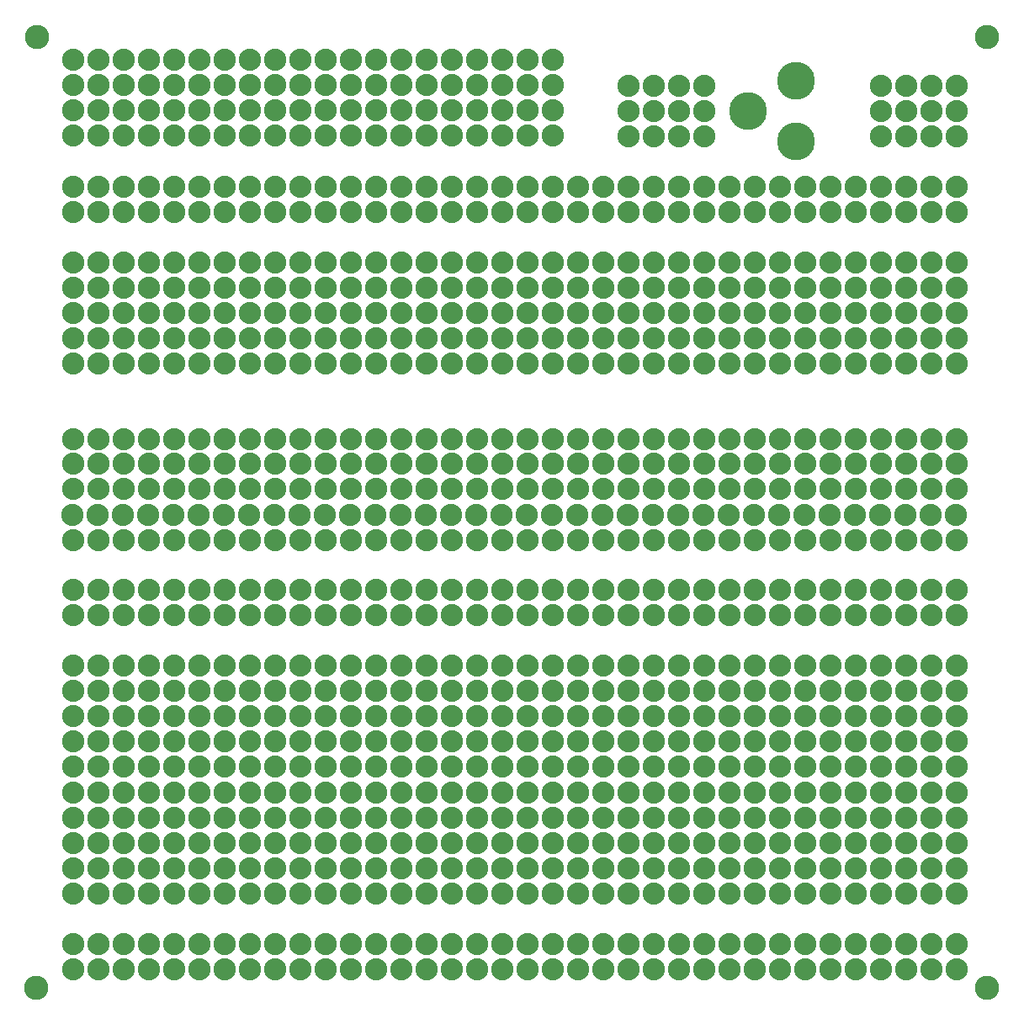
<source format=gts>
G04 MADE WITH FRITZING*
G04 WWW.FRITZING.ORG*
G04 DOUBLE SIDED*
G04 HOLES PLATED*
G04 CONTOUR ON CENTER OF CONTOUR VECTOR*
%ASAXBY*%
%FSLAX23Y23*%
%MOIN*%
%OFA0B0*%
%SFA1.0B1.0*%
%ADD10C,0.150000*%
%ADD11C,0.096614*%
%ADD12C,0.088000*%
%LNMASK1*%
G90*
G70*
G54D10*
X3093Y3438D03*
X3093Y3678D03*
X2903Y3558D03*
G54D11*
X86Y86D03*
X3852Y86D03*
X87Y3851D03*
X3852Y3852D03*
G54D12*
X2130Y3461D03*
X2030Y3461D03*
X1930Y3461D03*
X1830Y3461D03*
X1730Y3461D03*
X1630Y3461D03*
X1530Y3461D03*
X1430Y3461D03*
X1330Y3461D03*
X1230Y3461D03*
X1130Y3461D03*
X1030Y3461D03*
X930Y3461D03*
X830Y3461D03*
X730Y3461D03*
X630Y3461D03*
X530Y3461D03*
X430Y3461D03*
X330Y3461D03*
X230Y3461D03*
X2131Y3561D03*
X2031Y3561D03*
X1931Y3561D03*
X1831Y3561D03*
X1731Y3561D03*
X1631Y3561D03*
X1531Y3561D03*
X1431Y3561D03*
X1331Y3561D03*
X1231Y3561D03*
X1131Y3561D03*
X1031Y3561D03*
X931Y3561D03*
X831Y3561D03*
X731Y3561D03*
X631Y3561D03*
X531Y3561D03*
X431Y3561D03*
X331Y3561D03*
X231Y3561D03*
X2131Y3661D03*
X2031Y3661D03*
X1931Y3661D03*
X1831Y3661D03*
X1731Y3661D03*
X1631Y3661D03*
X1531Y3661D03*
X1431Y3661D03*
X1331Y3661D03*
X1231Y3661D03*
X1131Y3661D03*
X1031Y3661D03*
X931Y3661D03*
X831Y3661D03*
X731Y3661D03*
X631Y3661D03*
X531Y3661D03*
X431Y3661D03*
X331Y3661D03*
X231Y3661D03*
X2131Y3761D03*
X2031Y3761D03*
X1931Y3761D03*
X1831Y3761D03*
X1731Y3761D03*
X1631Y3761D03*
X1531Y3761D03*
X1431Y3761D03*
X1331Y3761D03*
X1231Y3761D03*
X1131Y3761D03*
X1031Y3761D03*
X931Y3761D03*
X831Y3761D03*
X731Y3761D03*
X631Y3761D03*
X531Y3761D03*
X431Y3761D03*
X331Y3761D03*
X231Y3761D03*
X2730Y3559D03*
X2630Y3559D03*
X2530Y3559D03*
X2430Y3559D03*
X2730Y3459D03*
X2630Y3459D03*
X2530Y3459D03*
X2430Y3459D03*
X2731Y3659D03*
X2631Y3659D03*
X2531Y3659D03*
X2431Y3659D03*
X3730Y3459D03*
X3630Y3459D03*
X3530Y3459D03*
X3430Y3459D03*
X3730Y3559D03*
X3630Y3559D03*
X3530Y3559D03*
X3430Y3559D03*
X3730Y3659D03*
X3630Y3659D03*
X3530Y3659D03*
X3430Y3659D03*
X3731Y3159D03*
X3631Y3159D03*
X3531Y3159D03*
X3431Y3159D03*
X3331Y3159D03*
X3231Y3159D03*
X3131Y3159D03*
X3031Y3159D03*
X2931Y3159D03*
X2831Y3159D03*
X2731Y3159D03*
X2631Y3159D03*
X2531Y3159D03*
X2431Y3159D03*
X2331Y3159D03*
X2231Y3159D03*
X2131Y3159D03*
X2031Y3159D03*
X1931Y3159D03*
X1831Y3159D03*
X1731Y3159D03*
X1631Y3159D03*
X1531Y3159D03*
X1431Y3159D03*
X1331Y3159D03*
X1231Y3159D03*
X1131Y3159D03*
X1031Y3159D03*
X931Y3159D03*
X831Y3159D03*
X731Y3159D03*
X631Y3159D03*
X531Y3159D03*
X431Y3159D03*
X331Y3159D03*
X231Y3159D03*
X3730Y3259D03*
X3630Y3259D03*
X3530Y3259D03*
X3430Y3259D03*
X3330Y3259D03*
X3230Y3259D03*
X3130Y3259D03*
X3030Y3259D03*
X2930Y3259D03*
X2830Y3259D03*
X2730Y3259D03*
X2630Y3259D03*
X2530Y3259D03*
X2430Y3259D03*
X2330Y3259D03*
X2230Y3259D03*
X2130Y3259D03*
X2030Y3259D03*
X1930Y3259D03*
X1830Y3259D03*
X1730Y3259D03*
X1630Y3259D03*
X1530Y3259D03*
X1430Y3259D03*
X1330Y3259D03*
X1230Y3259D03*
X1130Y3259D03*
X1030Y3259D03*
X930Y3259D03*
X830Y3259D03*
X730Y3259D03*
X630Y3259D03*
X530Y3259D03*
X430Y3259D03*
X330Y3259D03*
X230Y3259D03*
X3730Y2859D03*
X3630Y2859D03*
X3530Y2859D03*
X3430Y2859D03*
X3330Y2859D03*
X3230Y2859D03*
X3130Y2859D03*
X3030Y2859D03*
X2930Y2859D03*
X2830Y2859D03*
X2730Y2859D03*
X2630Y2859D03*
X2530Y2859D03*
X2430Y2859D03*
X2330Y2859D03*
X2230Y2859D03*
X2130Y2859D03*
X2030Y2859D03*
X1930Y2859D03*
X1830Y2859D03*
X1730Y2859D03*
X1630Y2859D03*
X1530Y2859D03*
X1430Y2859D03*
X1330Y2859D03*
X1230Y2859D03*
X1130Y2859D03*
X1030Y2859D03*
X930Y2859D03*
X830Y2859D03*
X730Y2859D03*
X630Y2859D03*
X530Y2859D03*
X430Y2859D03*
X330Y2859D03*
X230Y2859D03*
X3730Y2659D03*
X3630Y2659D03*
X3530Y2659D03*
X3430Y2659D03*
X3330Y2659D03*
X3230Y2659D03*
X3130Y2659D03*
X3030Y2659D03*
X2930Y2659D03*
X2830Y2659D03*
X2730Y2659D03*
X2630Y2659D03*
X2530Y2659D03*
X2430Y2659D03*
X2330Y2659D03*
X2230Y2659D03*
X2130Y2659D03*
X2030Y2659D03*
X1930Y2659D03*
X1830Y2659D03*
X1730Y2659D03*
X1630Y2659D03*
X1530Y2659D03*
X1430Y2659D03*
X1330Y2659D03*
X1230Y2659D03*
X1130Y2659D03*
X1030Y2659D03*
X930Y2659D03*
X830Y2659D03*
X730Y2659D03*
X630Y2659D03*
X530Y2659D03*
X430Y2659D03*
X330Y2659D03*
X230Y2659D03*
X3730Y2959D03*
X3630Y2959D03*
X3530Y2959D03*
X3430Y2959D03*
X3330Y2959D03*
X3230Y2959D03*
X3130Y2959D03*
X3030Y2959D03*
X2930Y2959D03*
X2830Y2959D03*
X2730Y2959D03*
X2630Y2959D03*
X2530Y2959D03*
X2430Y2959D03*
X2330Y2959D03*
X2230Y2959D03*
X2130Y2959D03*
X2030Y2959D03*
X1930Y2959D03*
X1830Y2959D03*
X1730Y2959D03*
X1630Y2959D03*
X1530Y2959D03*
X1430Y2959D03*
X1330Y2959D03*
X1230Y2959D03*
X1130Y2959D03*
X1030Y2959D03*
X930Y2959D03*
X830Y2959D03*
X730Y2959D03*
X630Y2959D03*
X530Y2959D03*
X430Y2959D03*
X330Y2959D03*
X230Y2959D03*
X3731Y2759D03*
X3631Y2759D03*
X3531Y2759D03*
X3431Y2759D03*
X3331Y2759D03*
X3231Y2759D03*
X3131Y2759D03*
X3031Y2759D03*
X2931Y2759D03*
X2831Y2759D03*
X2731Y2759D03*
X2631Y2759D03*
X2531Y2759D03*
X2431Y2759D03*
X2331Y2759D03*
X2231Y2759D03*
X2131Y2759D03*
X2031Y2759D03*
X1931Y2759D03*
X1831Y2759D03*
X1731Y2759D03*
X1631Y2759D03*
X1531Y2759D03*
X1431Y2759D03*
X1331Y2759D03*
X1231Y2759D03*
X1131Y2759D03*
X1031Y2759D03*
X931Y2759D03*
X831Y2759D03*
X731Y2759D03*
X631Y2759D03*
X531Y2759D03*
X431Y2759D03*
X331Y2759D03*
X231Y2759D03*
X3730Y2559D03*
X3630Y2559D03*
X3530Y2559D03*
X3430Y2559D03*
X3330Y2559D03*
X3230Y2559D03*
X3130Y2559D03*
X3030Y2559D03*
X2930Y2559D03*
X2830Y2559D03*
X2730Y2559D03*
X2630Y2559D03*
X2530Y2559D03*
X2430Y2559D03*
X2330Y2559D03*
X2230Y2559D03*
X2130Y2559D03*
X2030Y2559D03*
X1930Y2559D03*
X1830Y2559D03*
X1730Y2559D03*
X1630Y2559D03*
X1530Y2559D03*
X1430Y2559D03*
X1330Y2559D03*
X1230Y2559D03*
X1130Y2559D03*
X1030Y2559D03*
X930Y2559D03*
X830Y2559D03*
X730Y2559D03*
X630Y2559D03*
X530Y2559D03*
X430Y2559D03*
X330Y2559D03*
X230Y2559D03*
X3731Y1560D03*
X3631Y1560D03*
X3531Y1560D03*
X3431Y1560D03*
X3331Y1560D03*
X3231Y1560D03*
X3131Y1560D03*
X3031Y1560D03*
X2931Y1560D03*
X2831Y1560D03*
X2731Y1560D03*
X2631Y1560D03*
X2531Y1560D03*
X2431Y1560D03*
X2331Y1560D03*
X2231Y1560D03*
X2131Y1560D03*
X2031Y1560D03*
X1931Y1560D03*
X1831Y1560D03*
X1731Y1560D03*
X1631Y1560D03*
X1531Y1560D03*
X1431Y1560D03*
X1331Y1560D03*
X1231Y1560D03*
X1131Y1560D03*
X1031Y1560D03*
X931Y1560D03*
X831Y1560D03*
X731Y1560D03*
X631Y1560D03*
X531Y1560D03*
X431Y1560D03*
X331Y1560D03*
X231Y1560D03*
X3730Y1660D03*
X3630Y1660D03*
X3530Y1660D03*
X3430Y1660D03*
X3330Y1660D03*
X3230Y1660D03*
X3130Y1660D03*
X3030Y1660D03*
X2930Y1660D03*
X2830Y1660D03*
X2730Y1660D03*
X2630Y1660D03*
X2530Y1660D03*
X2430Y1660D03*
X2330Y1660D03*
X2230Y1660D03*
X2130Y1660D03*
X2030Y1660D03*
X1930Y1660D03*
X1830Y1660D03*
X1730Y1660D03*
X1630Y1660D03*
X1530Y1660D03*
X1430Y1660D03*
X1330Y1660D03*
X1230Y1660D03*
X1130Y1660D03*
X1030Y1660D03*
X930Y1660D03*
X830Y1660D03*
X730Y1660D03*
X630Y1660D03*
X530Y1660D03*
X430Y1660D03*
X330Y1660D03*
X230Y1660D03*
X3730Y2060D03*
X3630Y2060D03*
X3530Y2060D03*
X3430Y2060D03*
X3330Y2060D03*
X3230Y2060D03*
X3130Y2060D03*
X3030Y2060D03*
X2930Y2060D03*
X2830Y2060D03*
X2730Y2060D03*
X2630Y2060D03*
X2530Y2060D03*
X2430Y2060D03*
X2330Y2060D03*
X2230Y2060D03*
X2130Y2060D03*
X2030Y2060D03*
X1930Y2060D03*
X1830Y2060D03*
X1730Y2060D03*
X1630Y2060D03*
X1530Y2060D03*
X1430Y2060D03*
X1330Y2060D03*
X1230Y2060D03*
X1130Y2060D03*
X1030Y2060D03*
X930Y2060D03*
X830Y2060D03*
X730Y2060D03*
X630Y2060D03*
X530Y2060D03*
X430Y2060D03*
X330Y2060D03*
X230Y2060D03*
X3730Y1859D03*
X3630Y1859D03*
X3530Y1859D03*
X3430Y1859D03*
X3330Y1859D03*
X3230Y1859D03*
X3130Y1859D03*
X3030Y1859D03*
X2930Y1859D03*
X2830Y1859D03*
X2730Y1859D03*
X2630Y1859D03*
X2530Y1859D03*
X2430Y1859D03*
X2330Y1859D03*
X2230Y1859D03*
X2130Y1859D03*
X2030Y1859D03*
X1930Y1859D03*
X1830Y1859D03*
X1730Y1859D03*
X1630Y1859D03*
X1530Y1859D03*
X1430Y1859D03*
X1330Y1859D03*
X1230Y1859D03*
X1130Y1859D03*
X1030Y1859D03*
X930Y1859D03*
X830Y1859D03*
X730Y1859D03*
X630Y1859D03*
X530Y1859D03*
X430Y1859D03*
X330Y1859D03*
X230Y1859D03*
X3730Y2160D03*
X3630Y2160D03*
X3530Y2160D03*
X3430Y2160D03*
X3330Y2160D03*
X3230Y2160D03*
X3130Y2160D03*
X3030Y2160D03*
X2930Y2160D03*
X2830Y2160D03*
X2730Y2160D03*
X2630Y2160D03*
X2530Y2160D03*
X2430Y2160D03*
X2330Y2160D03*
X2230Y2160D03*
X2130Y2160D03*
X2030Y2160D03*
X1930Y2160D03*
X1830Y2160D03*
X1730Y2160D03*
X1630Y2160D03*
X1530Y2160D03*
X1430Y2160D03*
X1330Y2160D03*
X1230Y2160D03*
X1130Y2160D03*
X1030Y2160D03*
X930Y2160D03*
X830Y2160D03*
X730Y2160D03*
X630Y2160D03*
X530Y2160D03*
X430Y2160D03*
X330Y2160D03*
X230Y2160D03*
X3730Y2259D03*
X3630Y2259D03*
X3530Y2259D03*
X3430Y2259D03*
X3330Y2259D03*
X3230Y2259D03*
X3130Y2259D03*
X3030Y2259D03*
X2930Y2259D03*
X2830Y2259D03*
X2730Y2259D03*
X2630Y2259D03*
X2530Y2259D03*
X2430Y2259D03*
X2330Y2259D03*
X2230Y2259D03*
X2130Y2259D03*
X2030Y2259D03*
X1930Y2259D03*
X1830Y2259D03*
X1730Y2259D03*
X1630Y2259D03*
X1530Y2259D03*
X1430Y2259D03*
X1330Y2259D03*
X1230Y2259D03*
X1130Y2259D03*
X1030Y2259D03*
X930Y2259D03*
X830Y2259D03*
X730Y2259D03*
X630Y2259D03*
X530Y2259D03*
X430Y2259D03*
X330Y2259D03*
X230Y2259D03*
X3729Y1959D03*
X3629Y1959D03*
X3529Y1959D03*
X3429Y1959D03*
X3329Y1959D03*
X3229Y1959D03*
X3129Y1959D03*
X3029Y1959D03*
X2929Y1959D03*
X2829Y1959D03*
X2729Y1959D03*
X2629Y1959D03*
X2529Y1959D03*
X2429Y1959D03*
X2329Y1959D03*
X2229Y1959D03*
X2129Y1959D03*
X2029Y1959D03*
X1929Y1959D03*
X1829Y1959D03*
X1729Y1959D03*
X1629Y1959D03*
X1529Y1959D03*
X1429Y1959D03*
X1329Y1959D03*
X1229Y1959D03*
X1129Y1959D03*
X1029Y1959D03*
X929Y1959D03*
X829Y1959D03*
X729Y1959D03*
X629Y1959D03*
X529Y1959D03*
X429Y1959D03*
X329Y1959D03*
X229Y1959D03*
X3731Y1160D03*
X3631Y1160D03*
X3531Y1160D03*
X3431Y1160D03*
X3331Y1160D03*
X3231Y1160D03*
X3131Y1160D03*
X3031Y1160D03*
X2931Y1160D03*
X2831Y1160D03*
X2731Y1160D03*
X2631Y1160D03*
X2531Y1160D03*
X2431Y1160D03*
X2331Y1160D03*
X2231Y1160D03*
X2131Y1160D03*
X2031Y1160D03*
X1931Y1160D03*
X1831Y1160D03*
X1731Y1160D03*
X1631Y1160D03*
X1531Y1160D03*
X1431Y1160D03*
X1331Y1160D03*
X1231Y1160D03*
X1131Y1160D03*
X1031Y1160D03*
X931Y1160D03*
X831Y1160D03*
X731Y1160D03*
X631Y1160D03*
X531Y1160D03*
X431Y1160D03*
X331Y1160D03*
X231Y1160D03*
X3730Y1360D03*
X3630Y1360D03*
X3530Y1360D03*
X3430Y1360D03*
X3330Y1360D03*
X3230Y1360D03*
X3130Y1360D03*
X3030Y1360D03*
X2930Y1360D03*
X2830Y1360D03*
X2730Y1360D03*
X2630Y1360D03*
X2530Y1360D03*
X2430Y1360D03*
X2330Y1360D03*
X2230Y1360D03*
X2130Y1360D03*
X2030Y1360D03*
X1930Y1360D03*
X1830Y1360D03*
X1730Y1360D03*
X1630Y1360D03*
X1530Y1360D03*
X1430Y1360D03*
X1330Y1360D03*
X1230Y1360D03*
X1130Y1360D03*
X1030Y1360D03*
X930Y1360D03*
X830Y1360D03*
X730Y1360D03*
X630Y1360D03*
X530Y1360D03*
X430Y1360D03*
X330Y1360D03*
X230Y1360D03*
X3730Y960D03*
X3630Y960D03*
X3530Y960D03*
X3430Y960D03*
X3330Y960D03*
X3230Y960D03*
X3130Y960D03*
X3030Y960D03*
X2930Y960D03*
X2830Y960D03*
X2730Y960D03*
X2630Y960D03*
X2530Y960D03*
X2430Y960D03*
X2330Y960D03*
X2230Y960D03*
X2130Y960D03*
X2030Y960D03*
X1930Y960D03*
X1830Y960D03*
X1730Y960D03*
X1630Y960D03*
X1530Y960D03*
X1430Y960D03*
X1330Y960D03*
X1230Y960D03*
X1130Y960D03*
X1030Y960D03*
X930Y960D03*
X830Y960D03*
X730Y960D03*
X630Y960D03*
X530Y960D03*
X430Y960D03*
X330Y960D03*
X230Y960D03*
X3730Y1060D03*
X3630Y1060D03*
X3530Y1060D03*
X3430Y1060D03*
X3330Y1060D03*
X3230Y1060D03*
X3130Y1060D03*
X3030Y1060D03*
X2930Y1060D03*
X2830Y1060D03*
X2730Y1060D03*
X2630Y1060D03*
X2530Y1060D03*
X2430Y1060D03*
X2330Y1060D03*
X2230Y1060D03*
X2130Y1060D03*
X2030Y1060D03*
X1930Y1060D03*
X1830Y1060D03*
X1730Y1060D03*
X1630Y1060D03*
X1530Y1060D03*
X1430Y1060D03*
X1330Y1060D03*
X1230Y1060D03*
X1130Y1060D03*
X1030Y1060D03*
X930Y1060D03*
X830Y1060D03*
X730Y1060D03*
X630Y1060D03*
X530Y1060D03*
X430Y1060D03*
X330Y1060D03*
X230Y1060D03*
X3730Y1260D03*
X3630Y1260D03*
X3530Y1260D03*
X3430Y1260D03*
X3330Y1260D03*
X3230Y1260D03*
X3130Y1260D03*
X3030Y1260D03*
X2930Y1260D03*
X2830Y1260D03*
X2730Y1260D03*
X2630Y1260D03*
X2530Y1260D03*
X2430Y1260D03*
X2330Y1260D03*
X2230Y1260D03*
X2130Y1260D03*
X2030Y1260D03*
X1930Y1260D03*
X1830Y1260D03*
X1730Y1260D03*
X1630Y1260D03*
X1530Y1260D03*
X1430Y1260D03*
X1330Y1260D03*
X1230Y1260D03*
X1130Y1260D03*
X1030Y1260D03*
X930Y1260D03*
X830Y1260D03*
X730Y1260D03*
X630Y1260D03*
X530Y1260D03*
X430Y1260D03*
X330Y1260D03*
X230Y1260D03*
X3731Y859D03*
X3631Y859D03*
X3531Y859D03*
X3431Y859D03*
X3331Y859D03*
X3231Y859D03*
X3131Y859D03*
X3031Y859D03*
X2931Y859D03*
X2831Y859D03*
X2731Y859D03*
X2631Y859D03*
X2531Y859D03*
X2431Y859D03*
X2331Y859D03*
X2231Y859D03*
X2131Y859D03*
X2031Y859D03*
X1931Y859D03*
X1831Y859D03*
X1731Y859D03*
X1631Y859D03*
X1531Y859D03*
X1431Y859D03*
X1331Y859D03*
X1231Y859D03*
X1131Y859D03*
X1031Y859D03*
X931Y859D03*
X831Y859D03*
X731Y859D03*
X631Y859D03*
X531Y859D03*
X431Y859D03*
X331Y859D03*
X231Y859D03*
X3730Y759D03*
X3630Y759D03*
X3530Y759D03*
X3430Y759D03*
X3330Y759D03*
X3230Y759D03*
X3130Y759D03*
X3030Y759D03*
X2930Y759D03*
X2830Y759D03*
X2730Y759D03*
X2630Y759D03*
X2530Y759D03*
X2430Y759D03*
X2330Y759D03*
X2230Y759D03*
X2130Y759D03*
X2030Y759D03*
X1930Y759D03*
X1830Y759D03*
X1730Y759D03*
X1630Y759D03*
X1530Y759D03*
X1430Y759D03*
X1330Y759D03*
X1230Y759D03*
X1130Y759D03*
X1030Y759D03*
X930Y759D03*
X830Y759D03*
X730Y759D03*
X630Y759D03*
X530Y759D03*
X430Y759D03*
X330Y759D03*
X230Y759D03*
X3731Y659D03*
X3631Y659D03*
X3531Y659D03*
X3431Y659D03*
X3331Y659D03*
X3231Y659D03*
X3131Y659D03*
X3031Y659D03*
X2931Y659D03*
X2831Y659D03*
X2731Y659D03*
X2631Y659D03*
X2531Y659D03*
X2431Y659D03*
X2331Y659D03*
X2231Y659D03*
X2131Y659D03*
X2031Y659D03*
X1931Y659D03*
X1831Y659D03*
X1731Y659D03*
X1631Y659D03*
X1531Y659D03*
X1431Y659D03*
X1331Y659D03*
X1231Y659D03*
X1131Y659D03*
X1031Y659D03*
X931Y659D03*
X831Y659D03*
X731Y659D03*
X631Y659D03*
X531Y659D03*
X431Y659D03*
X331Y659D03*
X231Y659D03*
X3730Y559D03*
X3630Y559D03*
X3530Y559D03*
X3430Y559D03*
X3330Y559D03*
X3230Y559D03*
X3130Y559D03*
X3030Y559D03*
X2930Y559D03*
X2830Y559D03*
X2730Y559D03*
X2630Y559D03*
X2530Y559D03*
X2430Y559D03*
X2330Y559D03*
X2230Y559D03*
X2130Y559D03*
X2030Y559D03*
X1930Y559D03*
X1830Y559D03*
X1730Y559D03*
X1630Y559D03*
X1530Y559D03*
X1430Y559D03*
X1330Y559D03*
X1230Y559D03*
X1130Y559D03*
X1030Y559D03*
X930Y559D03*
X830Y559D03*
X730Y559D03*
X630Y559D03*
X530Y559D03*
X430Y559D03*
X330Y559D03*
X230Y559D03*
X3731Y459D03*
X3631Y459D03*
X3531Y459D03*
X3431Y459D03*
X3331Y459D03*
X3231Y459D03*
X3131Y459D03*
X3031Y459D03*
X2931Y459D03*
X2831Y459D03*
X2731Y459D03*
X2631Y459D03*
X2531Y459D03*
X2431Y459D03*
X2331Y459D03*
X2231Y459D03*
X2131Y459D03*
X2031Y459D03*
X1931Y459D03*
X1831Y459D03*
X1731Y459D03*
X1631Y459D03*
X1531Y459D03*
X1431Y459D03*
X1331Y459D03*
X1231Y459D03*
X1131Y459D03*
X1031Y459D03*
X931Y459D03*
X831Y459D03*
X731Y459D03*
X631Y459D03*
X531Y459D03*
X431Y459D03*
X331Y459D03*
X231Y459D03*
X3731Y259D03*
X3631Y259D03*
X3531Y259D03*
X3431Y259D03*
X3331Y259D03*
X3231Y259D03*
X3131Y259D03*
X3031Y259D03*
X2931Y259D03*
X2831Y259D03*
X2731Y259D03*
X2631Y259D03*
X2531Y259D03*
X2431Y259D03*
X2331Y259D03*
X2231Y259D03*
X2131Y259D03*
X2031Y259D03*
X1931Y259D03*
X1831Y259D03*
X1731Y259D03*
X1631Y259D03*
X1531Y259D03*
X1431Y259D03*
X1331Y259D03*
X1231Y259D03*
X1131Y259D03*
X1031Y259D03*
X931Y259D03*
X831Y259D03*
X731Y259D03*
X631Y259D03*
X531Y259D03*
X431Y259D03*
X331Y259D03*
X231Y259D03*
X3731Y159D03*
X3631Y159D03*
X3531Y159D03*
X3431Y159D03*
X3331Y159D03*
X3231Y159D03*
X3131Y159D03*
X3031Y159D03*
X2931Y159D03*
X2831Y159D03*
X2731Y159D03*
X2631Y159D03*
X2531Y159D03*
X2431Y159D03*
X2331Y159D03*
X2231Y159D03*
X2131Y159D03*
X2031Y159D03*
X1931Y159D03*
X1831Y159D03*
X1731Y159D03*
X1631Y159D03*
X1531Y159D03*
X1431Y159D03*
X1331Y159D03*
X1231Y159D03*
X1131Y159D03*
X1031Y159D03*
X931Y159D03*
X831Y159D03*
X731Y159D03*
X631Y159D03*
X531Y159D03*
X431Y159D03*
X331Y159D03*
X231Y159D03*
G04 End of Mask1*
M02*
</source>
